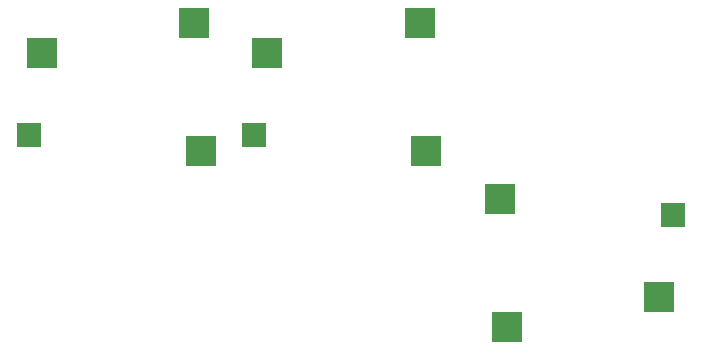
<source format=gbr>
G04 #@! TF.GenerationSoftware,KiCad,Pcbnew,(5.1.4)-1*
G04 #@! TF.CreationDate,2023-09-09T05:28:41-04:00*
G04 #@! TF.ProjectId,ThumbsUp,5468756d-6273-4557-902e-6b696361645f,rev?*
G04 #@! TF.SameCoordinates,Original*
G04 #@! TF.FileFunction,Paste,Bot*
G04 #@! TF.FilePolarity,Positive*
%FSLAX46Y46*%
G04 Gerber Fmt 4.6, Leading zero omitted, Abs format (unit mm)*
G04 Created by KiCad (PCBNEW (5.1.4)-1) date 2023-09-09 05:28:41*
%MOMM*%
%LPD*%
G04 APERTURE LIST*
%ADD10R,2.550000X2.500000*%
%ADD11R,2.000000X2.000000*%
G04 APERTURE END LIST*
D10*
X-39820000Y-417010061D03*
D11*
X-25220000Y-418360061D03*
D10*
X-39262000Y-427840061D03*
X-26335000Y-425300061D03*
X-65150000Y-412971918D03*
D11*
X-79750000Y-411621918D03*
D10*
X-65708000Y-402141918D03*
X-78635000Y-404681918D03*
X-46070455Y-412971918D03*
D11*
X-60670455Y-411621918D03*
D10*
X-46628455Y-402141918D03*
X-59555455Y-404681918D03*
M02*

</source>
